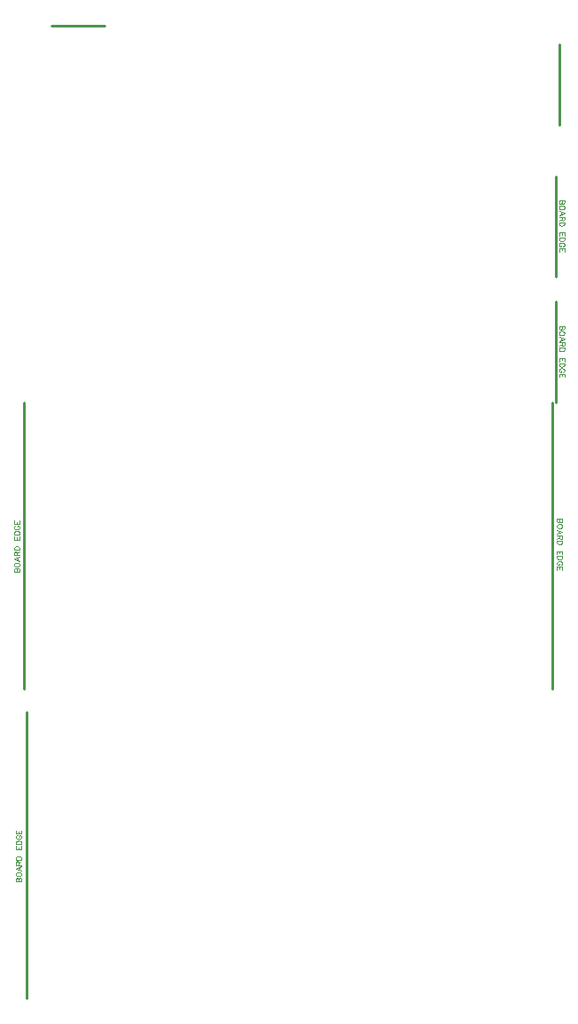
<source format=gbr>
G04 DipTrace 3.0.0.2*
G04 TopAssy.gbr*
%MOMM*%
G04 #@! TF.FileFunction,Drawing,Top*
G04 #@! TF.Part,Single*
%ADD10C,0.25*%
%ADD75C,0.07843*%
%FSLAX35Y35*%
G04*
G71*
G90*
G75*
G01*
G04 TopAssy*
%LPD*%
X1130008Y4682000D2*
D10*
Y7418000D1*
X1148008Y1725000D2*
Y4461000D1*
X6240000Y10068966D2*
Y10831000D1*
X1900000Y11016000D2*
X1392000D1*
X6169992Y7418000D2*
Y4682000D1*
X6202006Y8377000D2*
Y7415000D1*
Y9577000D2*
Y8615000D1*
X1032730Y5797285D2*
D75*
X1083774D1*
Y5819185D1*
X1081303Y5826485D1*
X1078889Y5828900D1*
X1074059Y5831314D1*
X1066759D1*
X1061874Y5828900D1*
X1059459Y5826485D1*
X1057045Y5819185D1*
X1054574Y5826485D1*
X1052159Y5828900D1*
X1047330Y5831314D1*
X1042445D1*
X1037616Y5828900D1*
X1035145Y5826485D1*
X1032730Y5819185D1*
Y5797285D1*
X1057045D2*
Y5819185D1*
X1032730Y5861600D2*
X1035145Y5856715D1*
X1040030Y5851886D1*
X1044859Y5849415D1*
X1052159Y5847000D1*
X1064345D1*
X1071589Y5849415D1*
X1076474Y5851886D1*
X1081303Y5856715D1*
X1083774Y5861600D1*
Y5871315D1*
X1081303Y5876144D1*
X1076474Y5881030D1*
X1071589Y5883444D1*
X1064345Y5885859D1*
X1052159D1*
X1044859Y5883444D1*
X1040030Y5881030D1*
X1035145Y5876144D1*
X1032730Y5871315D1*
Y5861600D1*
X1083774Y5940460D2*
X1032730Y5920974D1*
X1083774Y5901545D1*
X1066759Y5908845D2*
Y5933160D1*
X1057045Y5956146D2*
Y5977990D1*
X1054574Y5985290D1*
X1052159Y5987761D1*
X1047330Y5990175D1*
X1042445D1*
X1037616Y5987761D1*
X1035145Y5985290D1*
X1032730Y5977990D1*
Y5956146D1*
X1083774D1*
X1057045Y5973161D2*
X1083774Y5990175D1*
X1032730Y6005861D2*
X1083774D1*
Y6022876D1*
X1081303Y6030176D1*
X1076474Y6035061D1*
X1071589Y6037476D1*
X1064345Y6039891D1*
X1052159D1*
X1044859Y6037476D1*
X1040030Y6035061D1*
X1035145Y6030176D1*
X1032730Y6022876D1*
Y6005861D1*
Y6136514D2*
Y6104956D1*
X1083774Y6104955D1*
Y6136514D1*
X1057045Y6104955D2*
Y6124385D1*
X1032730Y6152200D2*
X1083774D1*
Y6169215D1*
X1081303Y6176515D1*
X1076474Y6181400D1*
X1071589Y6183815D1*
X1064345Y6186229D1*
X1052159D1*
X1044859Y6183815D1*
X1040030Y6181400D1*
X1035145Y6176515D1*
X1032730Y6169215D1*
Y6152200D1*
X1044859Y6238360D2*
X1040030Y6235945D1*
X1035145Y6231060D1*
X1032730Y6226230D1*
Y6216516D1*
X1035145Y6211630D1*
X1040030Y6206801D1*
X1044859Y6204330D1*
X1052159Y6201916D1*
X1064345D1*
X1071589Y6204330D1*
X1076474Y6206801D1*
X1081303Y6211630D1*
X1083774Y6216516D1*
Y6226230D1*
X1081303Y6231060D1*
X1076474Y6235945D1*
X1071589Y6238360D1*
X1064345D1*
Y6226230D1*
X1032730Y6285604D2*
Y6254046D1*
X1083774D1*
Y6285604D1*
X1057045Y6254046D2*
Y6273475D1*
X1050730Y2840285D2*
X1101774D1*
Y2862185D1*
X1099303Y2869485D1*
X1096889Y2871900D1*
X1092059Y2874314D1*
X1084759D1*
X1079874Y2871900D1*
X1077459Y2869485D1*
X1075045Y2862185D1*
X1072574Y2869485D1*
X1070159Y2871900D1*
X1065330Y2874314D1*
X1060445D1*
X1055616Y2871900D1*
X1053145Y2869485D1*
X1050730Y2862185D1*
Y2840285D1*
X1075045D2*
Y2862185D1*
X1050730Y2904600D2*
X1053145Y2899715D1*
X1058030Y2894886D1*
X1062859Y2892415D1*
X1070159Y2890000D1*
X1082345D1*
X1089589Y2892415D1*
X1094474Y2894886D1*
X1099303Y2899715D1*
X1101774Y2904600D1*
Y2914315D1*
X1099303Y2919144D1*
X1094474Y2924030D1*
X1089589Y2926444D1*
X1082345Y2928859D1*
X1070159D1*
X1062859Y2926444D1*
X1058030Y2924030D1*
X1053145Y2919144D1*
X1050730Y2914315D1*
Y2904600D1*
X1101774Y2983460D2*
X1050730Y2963974D1*
X1101774Y2944545D1*
X1084759Y2951845D2*
Y2976160D1*
X1075045Y2999146D2*
Y3020990D1*
X1072574Y3028290D1*
X1070159Y3030761D1*
X1065330Y3033175D1*
X1060445D1*
X1055616Y3030761D1*
X1053145Y3028290D1*
X1050730Y3020990D1*
Y2999146D1*
X1101774D1*
X1075045Y3016161D2*
X1101774Y3033175D1*
X1050730Y3048861D2*
X1101774D1*
Y3065876D1*
X1099303Y3073176D1*
X1094474Y3078061D1*
X1089589Y3080476D1*
X1082345Y3082891D1*
X1070159D1*
X1062859Y3080476D1*
X1058030Y3078061D1*
X1053145Y3073176D1*
X1050730Y3065876D1*
Y3048861D1*
Y3179514D2*
Y3147956D1*
X1101774Y3147955D1*
Y3179514D1*
X1075045Y3147955D2*
Y3167385D1*
X1050730Y3195200D2*
X1101774D1*
Y3212215D1*
X1099303Y3219515D1*
X1094474Y3224400D1*
X1089589Y3226815D1*
X1082345Y3229229D1*
X1070159D1*
X1062859Y3226815D1*
X1058030Y3224400D1*
X1053145Y3219515D1*
X1050730Y3212215D1*
Y3195200D1*
X1062859Y3281360D2*
X1058030Y3278945D1*
X1053145Y3274060D1*
X1050730Y3269230D1*
Y3259516D1*
X1053145Y3254630D1*
X1058030Y3249801D1*
X1062859Y3247330D1*
X1070159Y3244916D1*
X1082345D1*
X1089589Y3247330D1*
X1094474Y3249801D1*
X1099303Y3254630D1*
X1101774Y3259516D1*
Y3269230D1*
X1099303Y3274060D1*
X1094474Y3278945D1*
X1089589Y3281360D1*
X1082345D1*
Y3269230D1*
X1050730Y3328604D2*
Y3297046D1*
X1101774D1*
Y3328604D1*
X1075045Y3297046D2*
Y3316475D1*
X6267270Y6302715D2*
X6216226D1*
Y6280815D1*
X6218697Y6273515D1*
X6221111Y6271100D1*
X6225941Y6268686D1*
X6233241D1*
X6238126Y6271100D1*
X6240541Y6273515D1*
X6242955Y6280815D1*
X6245426Y6273515D1*
X6247841Y6271100D1*
X6252670Y6268686D1*
X6257555D1*
X6262384Y6271100D1*
X6264855Y6273515D1*
X6267270Y6280815D1*
Y6302715D1*
X6242955D2*
Y6280815D1*
X6267270Y6238400D2*
X6264855Y6243285D1*
X6259970Y6248114D1*
X6255141Y6250585D1*
X6247841Y6253000D1*
X6235655D1*
X6228411Y6250585D1*
X6223526Y6248114D1*
X6218697Y6243285D1*
X6216226Y6238400D1*
Y6228685D1*
X6218697Y6223856D1*
X6223526Y6218970D1*
X6228411Y6216556D1*
X6235655Y6214141D1*
X6247841D1*
X6255141Y6216556D1*
X6259970Y6218970D1*
X6264855Y6223856D1*
X6267270Y6228685D1*
Y6238400D1*
X6216226Y6159540D2*
X6267270Y6179026D1*
X6216226Y6198455D1*
X6233241Y6191155D2*
Y6166840D1*
X6242955Y6143854D2*
Y6122010D1*
X6245426Y6114710D1*
X6247841Y6112239D1*
X6252670Y6109825D1*
X6257555D1*
X6262384Y6112239D1*
X6264855Y6114710D1*
X6267270Y6122010D1*
Y6143854D1*
X6216226D1*
X6242955Y6126839D2*
X6216226Y6109825D1*
X6267270Y6094139D2*
X6216226D1*
Y6077124D1*
X6218697Y6069824D1*
X6223526Y6064939D1*
X6228411Y6062524D1*
X6235655Y6060109D1*
X6247841D1*
X6255141Y6062524D1*
X6259970Y6064939D1*
X6264855Y6069824D1*
X6267270Y6077124D1*
Y6094139D1*
Y5963486D2*
Y5995044D1*
X6216226Y5995045D1*
Y5963486D1*
X6242955Y5995045D2*
Y5975615D1*
X6267270Y5947800D2*
X6216226D1*
Y5930785D1*
X6218697Y5923485D1*
X6223526Y5918600D1*
X6228411Y5916185D1*
X6235655Y5913771D1*
X6247841D1*
X6255141Y5916185D1*
X6259970Y5918600D1*
X6264855Y5923485D1*
X6267270Y5930785D1*
Y5947800D1*
X6255141Y5861640D2*
X6259970Y5864055D1*
X6264855Y5868940D1*
X6267270Y5873770D1*
Y5883484D1*
X6264855Y5888370D1*
X6259970Y5893199D1*
X6255141Y5895670D1*
X6247841Y5898084D1*
X6235655D1*
X6228411Y5895670D1*
X6223526Y5893199D1*
X6218697Y5888370D1*
X6216226Y5883484D1*
Y5873770D1*
X6218697Y5868940D1*
X6223526Y5864055D1*
X6228411Y5861640D1*
X6235655D1*
Y5873770D1*
X6267270Y5814396D2*
Y5845954D1*
X6216226D1*
Y5814396D1*
X6242955Y5845954D2*
Y5826525D1*
X6286770Y8146046D2*
X6235726D1*
Y8124146D1*
X6238197Y8116846D1*
X6240611Y8114432D1*
X6245441Y8112017D1*
X6252741D1*
X6257626Y8114432D1*
X6260041Y8116846D1*
X6262455Y8124146D1*
X6264926Y8116846D1*
X6267341Y8114432D1*
X6272170Y8112017D1*
X6277055D1*
X6281884Y8114432D1*
X6284355Y8116846D1*
X6286770Y8124146D1*
Y8146046D1*
X6262455D2*
Y8124146D1*
X6286770Y8081731D2*
X6284355Y8086616D1*
X6279470Y8091445D1*
X6274641Y8093916D1*
X6267341Y8096331D1*
X6255155D1*
X6247911Y8093916D1*
X6243026Y8091445D1*
X6238197Y8086616D1*
X6235726Y8081731D1*
Y8072016D1*
X6238197Y8067187D1*
X6243026Y8062302D1*
X6247911Y8059887D1*
X6255155Y8057472D1*
X6267341D1*
X6274641Y8059887D1*
X6279470Y8062302D1*
X6284355Y8067187D1*
X6286770Y8072016D1*
Y8081731D1*
X6235726Y8002872D2*
X6286770Y8022357D1*
X6235726Y8041786D1*
X6252741Y8034486D2*
Y8010172D1*
X6262455Y7987185D2*
Y7965341D1*
X6264926Y7958041D1*
X6267341Y7955571D1*
X6272170Y7953156D1*
X6277055D1*
X6281884Y7955571D1*
X6284355Y7958041D1*
X6286770Y7965341D1*
Y7987185D1*
X6235726D1*
X6262455Y7970171D2*
X6235726Y7953156D1*
X6286770Y7937470D2*
X6235726D1*
Y7920455D1*
X6238197Y7913155D1*
X6243026Y7908270D1*
X6247911Y7905855D1*
X6255155Y7903441D1*
X6267341D1*
X6274641Y7905855D1*
X6279470Y7908270D1*
X6284355Y7913155D1*
X6286770Y7920455D1*
Y7937470D1*
Y7806817D2*
Y7838376D1*
X6235726D1*
Y7806817D1*
X6262455Y7838376D2*
Y7818946D1*
X6286770Y7791131D2*
X6235726D1*
Y7774116D1*
X6238197Y7766816D1*
X6243026Y7761931D1*
X6247911Y7759516D1*
X6255155Y7757102D1*
X6267341D1*
X6274641Y7759516D1*
X6279470Y7761931D1*
X6284355Y7766816D1*
X6286770Y7774116D1*
Y7791131D1*
X6274641Y7704972D2*
X6279470Y7707386D1*
X6284355Y7712272D1*
X6286770Y7717101D1*
Y7726815D1*
X6284355Y7731701D1*
X6279470Y7736530D1*
X6274641Y7739001D1*
X6267341Y7741415D1*
X6255155D1*
X6247911Y7739001D1*
X6243026Y7736530D1*
X6238197Y7731701D1*
X6235726Y7726815D1*
Y7717101D1*
X6238197Y7712272D1*
X6243026Y7707386D1*
X6247911Y7704972D1*
X6255155D1*
Y7717101D1*
X6286770Y7657727D2*
Y7689285D1*
X6235726D1*
Y7657727D1*
X6262455Y7689285D2*
Y7669856D1*
X6286770Y9346046D2*
X6235726D1*
Y9324146D1*
X6238197Y9316846D1*
X6240611Y9314432D1*
X6245441Y9312017D1*
X6252741D1*
X6257626Y9314432D1*
X6260041Y9316846D1*
X6262455Y9324146D1*
X6264926Y9316846D1*
X6267341Y9314432D1*
X6272170Y9312017D1*
X6277055D1*
X6281884Y9314432D1*
X6284355Y9316846D1*
X6286770Y9324146D1*
Y9346046D1*
X6262455D2*
Y9324146D1*
X6286770Y9281731D2*
X6284355Y9286616D1*
X6279470Y9291445D1*
X6274641Y9293916D1*
X6267341Y9296331D1*
X6255155D1*
X6247911Y9293916D1*
X6243026Y9291445D1*
X6238197Y9286616D1*
X6235726Y9281731D1*
Y9272016D1*
X6238197Y9267187D1*
X6243026Y9262302D1*
X6247911Y9259887D1*
X6255155Y9257472D1*
X6267341D1*
X6274641Y9259887D1*
X6279470Y9262302D1*
X6284355Y9267187D1*
X6286770Y9272016D1*
Y9281731D1*
X6235726Y9202872D2*
X6286770Y9222357D1*
X6235726Y9241786D1*
X6252741Y9234486D2*
Y9210172D1*
X6262455Y9187185D2*
Y9165341D1*
X6264926Y9158041D1*
X6267341Y9155571D1*
X6272170Y9153156D1*
X6277055D1*
X6281884Y9155571D1*
X6284355Y9158041D1*
X6286770Y9165341D1*
Y9187185D1*
X6235726D1*
X6262455Y9170171D2*
X6235726Y9153156D1*
X6286770Y9137470D2*
X6235726D1*
Y9120455D1*
X6238197Y9113155D1*
X6243026Y9108270D1*
X6247911Y9105855D1*
X6255155Y9103441D1*
X6267341D1*
X6274641Y9105855D1*
X6279470Y9108270D1*
X6284355Y9113155D1*
X6286770Y9120455D1*
Y9137470D1*
Y9006817D2*
Y9038376D1*
X6235726D1*
Y9006817D1*
X6262455Y9038376D2*
Y9018946D1*
X6286770Y8991131D2*
X6235726D1*
Y8974116D1*
X6238197Y8966816D1*
X6243026Y8961931D1*
X6247911Y8959516D1*
X6255155Y8957102D1*
X6267341D1*
X6274641Y8959516D1*
X6279470Y8961931D1*
X6284355Y8966816D1*
X6286770Y8974116D1*
Y8991131D1*
X6274641Y8904972D2*
X6279470Y8907386D1*
X6284355Y8912272D1*
X6286770Y8917101D1*
Y8926815D1*
X6284355Y8931701D1*
X6279470Y8936530D1*
X6274641Y8939001D1*
X6267341Y8941415D1*
X6255155D1*
X6247911Y8939001D1*
X6243026Y8936530D1*
X6238197Y8931701D1*
X6235726Y8926815D1*
Y8917101D1*
X6238197Y8912272D1*
X6243026Y8907386D1*
X6247911Y8904972D1*
X6255155D1*
Y8917101D1*
X6286770Y8857727D2*
Y8889285D1*
X6235726D1*
Y8857727D1*
X6262455Y8889285D2*
Y8869856D1*
M02*

</source>
